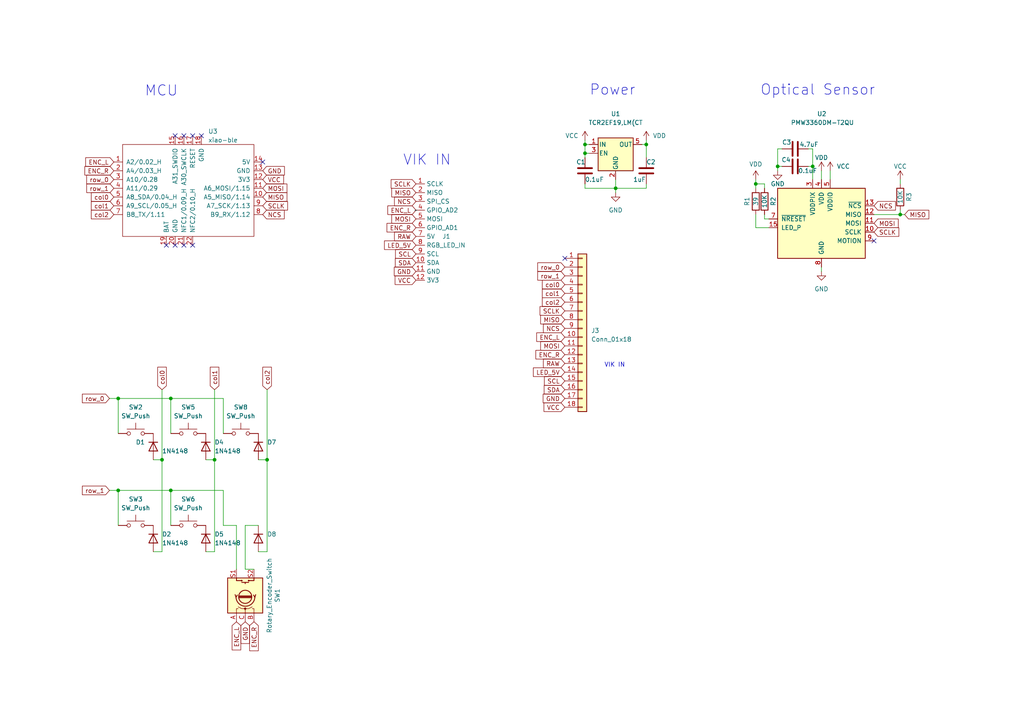
<source format=kicad_sch>
(kicad_sch (version 20230121) (generator eeschema)
  (paper "A4")
  (lib_symbols
    (symbol "Alaa:xiao-ble" (pin_names (offset 1.016))
      (property "Reference" "U1" (at -19.304 17.78 0))
      (property "Value" "xiao-ble" (at -19.304 15.24 0))
      (symbol "xiao-ble_0_1"
        (rectangle (start -19.05 12.7) (end 19.05 -13.97))
      )
      (symbol "xiao-ble_1_1"
        (pin bidirectional line (at -21.59 7.62 0) (length 2.54) (name "A2/0.02_H") (number "1"))
        (pin bidirectional line (at 21.59 -2.54 180) (length 2.54) (name "A5_MISO/1.14") (number "10"))
        (pin bidirectional line (at 21.59 0 180) (length 2.54) (name "A6_MOSI/1.15") (number "11"))
        (pin power_out line (at 21.59 2.54 180) (length 2.54) (name "3V3") (number "12"))
        (pin power_out line (at 21.59 5.08 180) (length 2.54) (name "GND") (number "13"))
        (pin power_out line (at 21.59 7.62 180) (length 2.54) (name "5V") (number "14"))
        (pin input line (at -3.81 15.24 270) (length 2.54) (name "A31_SWDIO") (number "15"))
        (pin input line (at -1.27 15.24 270) (length 2.54) (name "A30_SWCLK") (number "16"))
        (pin input line (at 1.27 15.24 270) (length 2.54) (name "RESET") (number "17"))
        (pin power_out line (at 3.81 15.24 270) (length 2.54) (name "GND") (number "18"))
        (pin bidirectional line (at -6.35 -16.51 90) (length 2.54) (name "BAT") (number "19"))
        (pin bidirectional line (at -21.59 5.08 0) (length 2.54) (name "A4/0.03_H") (number "2"))
        (pin power_out line (at -3.81 -16.51 90) (length 2.54) (name "GND") (number "20"))
        (pin bidirectional line (at -1.27 -16.51 90) (length 2.54) (name "NFC1/0.09_H") (number "21"))
        (pin bidirectional line (at 1.27 -16.51 90) (length 2.54) (name "NFC2/0.10_H") (number "22"))
        (pin bidirectional line (at -21.59 2.54 0) (length 2.54) (name "A10/0.28") (number "3"))
        (pin bidirectional line (at -21.59 0 0) (length 2.54) (name "A11/0.29") (number "4"))
        (pin bidirectional line (at -21.59 -2.54 0) (length 2.54) (name "A8_SDA/0.04_H") (number "5"))
        (pin bidirectional line (at -21.59 -5.08 0) (length 2.54) (name "A9_SCL/0.05_H") (number "6"))
        (pin bidirectional line (at -21.59 -7.62 0) (length 2.54) (name "B8_TX/1.11") (number "7"))
        (pin bidirectional line (at 21.59 -7.62 180) (length 2.54) (name "B9_RX/1.12") (number "8"))
        (pin bidirectional line (at 21.59 -5.08 180) (length 2.54) (name "A7_SCK/1.13") (number "9"))
      )
    )
    (symbol "Connector_Generic:Conn_01x18" (pin_names (offset 1.016) hide)
      (property "Reference" "J" (at 0 22.86 0))
      (property "Value" "Conn_01x18" (at 0 -25.4 0))
      (symbol "Conn_01x18_1_1"
        (rectangle (start -1.27 -22.733) (end 0 -22.987) (stroke (width 0.1524)))
        (rectangle (start -1.27 -20.193) (end 0 -20.447) (stroke (width 0.1524)))
        (rectangle (start -1.27 -17.653) (end 0 -17.907) (stroke (width 0.1524)))
        (rectangle (start -1.27 -15.113) (end 0 -15.367) (stroke (width 0.1524)))
        (rectangle (start -1.27 -12.573) (end 0 -12.827) (stroke (width 0.1524)))
        (rectangle (start -1.27 -10.033) (end 0 -10.287) (stroke (width 0.1524)))
        (rectangle (start -1.27 -7.493) (end 0 -7.747) (stroke (width 0.1524)))
        (rectangle (start -1.27 -4.953) (end 0 -5.207) (stroke (width 0.1524)))
        (rectangle (start -1.27 -2.413) (end 0 -2.667) (stroke (width 0.1524)))
        (rectangle (start -1.27 0.127) (end 0 -0.127) (stroke (width 0.1524)))
        (rectangle (start -1.27 2.667) (end 0 2.413) (stroke (width 0.1524)))
        (rectangle (start -1.27 5.207) (end 0 4.953) (stroke (width 0.1524)))
        (rectangle (start -1.27 7.747) (end 0 7.493) (stroke (width 0.1524)))
        (rectangle (start -1.27 10.287) (end 0 10.033) (stroke (width 0.1524)))
        (rectangle (start -1.27 12.827) (end 0 12.573) (stroke (width 0.1524)))
        (rectangle (start -1.27 15.367) (end 0 15.113) (stroke (width 0.1524)))
        (rectangle (start -1.27 17.907) (end 0 17.653) (stroke (width 0.1524)))
        (rectangle (start -1.27 20.447) (end 0 20.193) (stroke (width 0.1524)))
        (rectangle (start -1.27 21.59) (end 1.27 -24.13) (stroke (width 0.254)) (fill (type background)))
        (pin passive line (at -5.08 20.32 0) (length 3.81) (name "Pin_1") (number "1"))
        (pin passive line (at -5.08 -2.54 0) (length 3.81) (name "Pin_10") (number "10"))
        (pin passive line (at -5.08 -5.08 0) (length 3.81) (name "Pin_11") (number "11"))
        (pin passive line (at -5.08 -7.62 0) (length 3.81) (name "Pin_12") (number "12"))
        (pin passive line (at -5.08 -10.16 0) (length 3.81) (name "Pin_13") (number "13"))
        (pin passive line (at -5.08 -12.7 0) (length 3.81) (name "Pin_14") (number "14"))
        (pin passive line (at -5.08 -15.24 0) (length 3.81) (name "Pin_15") (number "15"))
        (pin passive line (at -5.08 -17.78 0) (length 3.81) (name "Pin_16") (number "16"))
        (pin passive line (at -5.08 -20.32 0) (length 3.81) (name "Pin_17") (number "17"))
        (pin passive line (at -5.08 -22.86 0) (length 3.81) (name "Pin_18") (number "18"))
        (pin passive line (at -5.08 17.78 0) (length 3.81) (name "Pin_2") (number "2"))
        (pin passive line (at -5.08 15.24 0) (length 3.81) (name "Pin_3") (number "3"))
        (pin passive line (at -5.08 12.7 0) (length 3.81) (name "Pin_4") (number "4"))
        (pin passive line (at -5.08 10.16 0) (length 3.81) (name "Pin_5") (number "5"))
        (pin passive line (at -5.08 7.62 0) (length 3.81) (name "Pin_6") (number "6"))
        (pin passive line (at -5.08 5.08 0) (length 3.81) (name "Pin_7") (number "7"))
        (pin passive line (at -5.08 2.54 0) (length 3.81) (name "Pin_8") (number "8"))
        (pin passive line (at -5.08 0 0) (length 3.81) (name "Pin_9") (number "9"))
      )
    )
    (symbol "Device:C" (pin_numbers hide) (pin_names (offset 0.254))
      (property "Reference" "C" (at 0.635 2.54 0))
      (property "Value" "C" (at 0.635 -2.54 0))
      (symbol "C_0_1"
        (polyline (pts (xy -2.032 -0.762) (xy 2.032 -0.762)) (stroke (width 0.508)))
        (polyline (pts (xy -2.032 0.762) (xy 2.032 0.762)) (stroke (width 0.508)))
      )
      (symbol "C_1_1"
        (pin passive line (at 0 3.81 270) (length 2.794) (name "~") (number "1"))
        (pin passive line (at 0 -3.81 90) (length 2.794) (name "~") (number "2"))
      )
    )
    (symbol "Device:R" (pin_numbers hide) (pin_names (offset 0))
      (property "Reference" "R" (at 2.032 0 90))
      (property "Value" "R" (at 0 0 90))
      (symbol "R_0_1"
        (rectangle (start -1.016 -2.54) (end 1.016 2.54) (stroke (width 0.254)))
      )
      (symbol "R_1_1"
        (pin passive line (at 0 3.81 270) (length 1.27) (name "~") (number "1"))
        (pin passive line (at 0 -3.81 90) (length 1.27) (name "~") (number "2"))
      )
    )
    (symbol "LeChiffre-rescue:Rotary_Encoder_Switch-Device" (pin_names (offset 0.254) hide)
      (property "Reference" "SW" (at 0 6.604 0))
      (property "Value" "Rotary_Encoder_Switch-Device" (at 0 -6.604 0))
      (symbol "Rotary_Encoder_Switch-Device_0_1"
        (rectangle (start -5.08 5.08) (end 5.08 -5.08) (stroke (width 0.254)) (fill (type background)))
        (circle (center -3.81 0) (radius 0.254) (fill (type outline)))
        (circle (center -0.381 0) (radius 1.905) (stroke (width 0.254)))
        (arc (start -0.381 2.667) (mid -3.0988 -0.0635) (end -0.381 -2.794) (stroke (width 0.254)))
        (polyline (pts (xy -0.635 -1.778) (xy -0.635 1.778)) (stroke (width 0.254)))
        (polyline (pts (xy -0.381 -1.778) (xy -0.381 1.778)) (stroke (width 0.254)))
        (polyline (pts (xy -0.127 1.778) (xy -0.127 -1.778)) (stroke (width 0.254)))
        (polyline (pts (xy 3.81 0) (xy 3.429 0)) (stroke (width 0.254)))
        (polyline (pts (xy 3.81 1.016) (xy 3.81 -1.016)) (stroke (width 0.254)))
        (polyline (pts (xy -5.08 -2.54) (xy -3.81 -2.54) (xy -3.81 -2.032)))
        (polyline (pts (xy -5.08 2.54) (xy -3.81 2.54) (xy -3.81 2.032)))
        (polyline (pts (xy 0.254 -3.048) (xy -0.508 -2.794) (xy 0.127 -2.413)) (stroke (width 0.254)))
        (polyline (pts (xy 0.254 2.921) (xy -0.508 2.667) (xy 0.127 2.286)) (stroke (width 0.254)))
        (polyline (pts (xy 5.08 -2.54) (xy 4.318 -2.54) (xy 4.318 -1.016)) (stroke (width 0.254)))
        (polyline (pts (xy 5.08 2.54) (xy 4.318 2.54) (xy 4.318 1.016)) (stroke (width 0.254)))
        (polyline (pts (xy -5.08 0) (xy -3.81 0) (xy -3.81 -1.016) (xy -3.302 -2.032)))
        (polyline (pts (xy -4.318 0) (xy -3.81 0) (xy -3.81 1.016) (xy -3.302 2.032)))
        (circle (center 4.318 -1.016) (radius 0.127) (stroke (width 0.254)))
        (circle (center 4.318 1.016) (radius 0.127) (stroke (width 0.254)))
      )
      (symbol "Rotary_Encoder_Switch-Device_1_1"
        (pin passive line (at -7.62 2.54 0) (length 2.54) (name "A") (number "A"))
        (pin passive line (at -7.62 -2.54 0) (length 2.54) (name "B") (number "B"))
        (pin passive line (at -7.62 0 0) (length 2.54) (name "C") (number "C"))
        (pin passive line (at 7.62 2.54 180) (length 2.54) (name "S1") (number "S1"))
        (pin passive line (at 7.62 -2.54 180) (length 2.54) (name "S2") (number "S2"))
      )
    )
    (symbol "Project Symbols:PMW3360DM-T2QU" (pin_names (offset 1.016))
      (property "Reference" "U" (at -1.27 34.29 0))
      (property "Value" "PMW3360DM-T2QU" (at -10.16 31.75 0))
      (symbol "PMW3360DM-T2QU_0_1"
        (rectangle (start -12.7 17.78) (end 12.7 -2.54) (stroke (width 0.254)) (fill (type background)))
      )
      (symbol "PMW3360DM-T2QU_1_1"
        (pin no_connect line (at -10.16 -5.08 90) (length 2.54) hide (name "NC") (number "1"))
        (pin input line (at 15.24 5.08 180) (length 2.54) (name "SCLK") (number "10"))
        (pin input line (at 15.24 7.62 180) (length 2.54) (name "MOSI") (number "11"))
        (pin output line (at 15.24 10.16 180) (length 2.54) (name "MISO") (number "12"))
        (pin input line (at 15.24 12.7 180) (length 2.54) (name "~{NCS}") (number "13"))
        (pin no_connect line (at 7.62 -5.08 90) (length 2.54) hide (name "NC") (number "14"))
        (pin input line (at -15.24 6.35 0) (length 2.54) (name "LED_P") (number "15"))
        (pin no_connect line (at 10.16 -5.08 90) (length 2.54) hide (name "NC") (number "16"))
        (pin no_connect line (at -7.62 -5.08 90) (length 2.54) hide (name "NC") (number "2"))
        (pin power_in line (at -2.54 20.32 270) (length 2.54) (name "VDDPIX") (number "3"))
        (pin power_in line (at 0 20.32 270) (length 2.54) (name "VDD") (number "4"))
        (pin power_in line (at 2.54 20.32 270) (length 2.54) (name "VDDIO") (number "5"))
        (pin no_connect line (at 5.08 -5.08 90) (length 2.54) hide (name "NC") (number "6"))
        (pin input line (at -15.24 8.89 0) (length 2.54) (name "~{NRESET}") (number "7"))
        (pin power_in line (at 0 -5.08 90) (length 2.54) (name "GND") (number "8"))
        (pin output line (at 15.24 2.54 180) (length 2.54) (name "MOTION") (number "9"))
      )
    )
    (symbol "Regulator_Linear:TLV70019_SOT23-5" (pin_names (offset 0.254))
      (property "Reference" "U" (at -3.81 5.715 0))
      (property "Value" "TLV70019_SOT23-5" (at 0 5.715 0))
      (symbol "TLV70019_SOT23-5_0_1"
        (rectangle (start -5.08 4.445) (end 5.08 -5.08) (stroke (width 0.254)) (fill (type background)))
      )
      (symbol "TLV70019_SOT23-5_1_1"
        (pin power_in line (at -7.62 2.54 0) (length 2.54) (name "IN") (number "1"))
        (pin power_in line (at 0 -7.62 90) (length 2.54) (name "GND") (number "2"))
        (pin input line (at -7.62 0 0) (length 2.54) (name "EN") (number "3"))
        (pin no_connect line (at 5.08 0 180) (length 2.54) hide (name "NC") (number "4"))
        (pin power_out line (at 7.62 2.54 180) (length 2.54) (name "OUT") (number "5"))
      )
    )
    (symbol "Switch:SW_Push" (pin_numbers hide) (pin_names (offset 1.016) hide)
      (property "Reference" "SW" (at 1.27 2.54 0))
      (property "Value" "SW_Push" (at 0 -1.524 0))
      (symbol "SW_Push_0_1"
        (circle (center -2.032 0) (radius 0.508))
        (polyline (pts (xy 0 1.27) (xy 0 3.048)))
        (polyline (pts (xy 2.54 1.27) (xy -2.54 1.27)))
        (circle (center 2.032 0) (radius 0.508))
        (pin passive line (at -5.08 0 0) (length 2.54) (name "1") (number "1"))
        (pin passive line (at 5.08 0 180) (length 2.54) (name "2") (number "2"))
      )
    )
    (symbol "alaa:Diode_1N4148" (pin_numbers hide) (pin_names (offset 1.016) hide)
      (property "Reference" "D4" (at 2.54 1.2701 90))
      (property "Value" "Diode_1N4148" (at 2.54 -1.2699 90))
      (symbol "Diode_1N4148_0_1"
        (polyline (pts (xy -1.27 1.27) (xy -1.27 -1.27)) (stroke (width 0.254)))
        (polyline (pts (xy 1.27 0) (xy -1.27 0)))
        (polyline (pts (xy 1.27 1.27) (xy 1.27 -1.27) (xy -1.27 0) (xy 1.27 1.27)) (stroke (width 0.254)))
      )
      (symbol "Diode_1N4148_1_1"
        (pin passive line (at -3.81 0 0) (length 2.54) (name "K") (number "1"))
        (pin passive line (at 3.81 0 180) (length 2.54) (name "A") (number "2"))
      )
    )
    (symbol "power:GND" (power) (pin_names (offset 0))
      (property "Value" "GND" (at 0 -3.81 0))
      (symbol "GND_0_1"
        (polyline (pts (xy 0 0) (xy 0 -1.27) (xy 1.27 -1.27) (xy 0 -2.54) (xy -1.27 -1.27) (xy 0 -1.27)))
      )
      (symbol "GND_1_1"
        (pin power_in line (at 0 0 270) (length 0) hide (name "GND") (number "1"))
      )
    )
    (symbol "power:VCC" (power) (pin_names (offset 0))
      (property "Value" "VCC" (at 0 3.81 0))
      (symbol "VCC_0_1"
        (polyline (pts (xy -0.762 1.27) (xy 0 2.54)))
        (polyline (pts (xy 0 0) (xy 0 2.54)))
        (polyline (pts (xy 0 2.54) (xy 0.762 1.27)))
      )
      (symbol "VCC_1_1"
        (pin power_in line (at 0 0 90) (length 0) hide (name "VCC") (number "1"))
      )
    )
    (symbol "power:VDD" (power) (pin_names (offset 0))
      (property "Value" "VDD" (at 0 3.81 0))
      (symbol "VDD_0_1"
        (polyline (pts (xy -0.762 1.27) (xy 0 2.54)))
        (polyline (pts (xy 0 0) (xy 0 2.54)))
        (polyline (pts (xy 0 2.54) (xy 0.762 1.27)))
      )
      (symbol "VDD_1_1"
        (pin power_in line (at 0 0 90) (length 0) hide (name "VDD") (number "1"))
      )
    )
    (symbol "vik:vik-module-connector"
      (property "Reference" "J" (at 0 17.78 0))
      (symbol "vik-module-connector_1_1"
        (pin input line (at 0 13.97 0) (length 2.54) (name "SCLK") (number "1"))
        (pin input line (at 0 -8.89 0) (length 2.54) (name "SDA") (number "10"))
        (pin power_in line (at 0 -11.43 0) (length 2.54) (name "GND") (number "11"))
        (pin power_in line (at 0 -13.97 0) (length 2.54) (name "3V3") (number "12"))
        (pin input line (at 0 11.43 0) (length 2.54) (name "MISO") (number "2"))
        (pin input line (at 0 8.89 0) (length 2.54) (name "SPI_CS") (number "3"))
        (pin input line (at 0 6.35 0) (length 2.54) (name "GPIO_AD2") (number "4"))
        (pin input line (at 0 3.81 0) (length 2.54) (name "MOSI") (number "5"))
        (pin input line (at 0 1.27 0) (length 2.54) (name "GPIO_AD1") (number "6"))
        (pin power_in line (at 0 -1.27 0) (length 2.54) (name "5V") (number "7"))
        (pin input line (at 0 -3.81 0) (length 2.54) (name "RGB_LED_IN") (number "8"))
        (pin input line (at 0 -6.35 0) (length 2.54) (name "SCL") (number "9"))
      )
    )
  )
  (junction (at 219.202 53.34))
  (junction (at 34.29 115.57))
  (junction (at 187.452 41.91))
  (junction (at 235.712 48.26))
  (junction (at 261.112 62.23))
  (junction (at 34.29 142.24))
  (junction (at 62.23 133.35))
  (junction (at 169.672 41.91))
  (junction (at 46.99 133.35))
  (junction (at 225.552 48.26))
  (junction (at 49.53 115.57))
  (junction (at 178.562 54.61))
  (junction (at 169.672 44.45))
  (junction (at 77.47 133.35))
  (junction (at 49.53 142.24))
  (no_connect (at 55.88 71.12))
  (no_connect (at 58.42 39.37))
  (no_connect (at 53.34 39.37))
  (no_connect (at 76.2 46.99))
  (no_connect (at 253.492 69.85))
  (no_connect (at 48.26 71.12))
  (no_connect (at 163.83 74.93))
  (no_connect (at 50.8 39.37))
  (no_connect (at 50.8 71.12))
  (no_connect (at 53.34 71.12))
  (no_connect (at 55.88 39.37))
  (wire (pts (xy 178.562 52.07) (xy 178.562 54.61)))
  (wire (pts (xy 261.112 62.23) (xy 261.112 60.96)))
  (wire (pts (xy 34.29 115.57) (xy 34.29 125.73)))
  (wire (pts (xy 31.75 115.57) (xy 34.29 115.57)))
  (wire (pts (xy 77.47 160.02) (xy 74.93 160.02)))
  (wire (pts (xy 77.47 113.03) (xy 77.47 133.35)))
  (wire (pts (xy 62.23 133.35) (xy 62.23 160.02)))
  (wire (pts (xy 49.53 115.57) (xy 49.53 125.73)))
  (wire (pts (xy 225.552 48.26) (xy 225.552 43.18)))
  (wire (pts (xy 169.672 40.64) (xy 169.672 41.91)))
  (wire (pts (xy 261.112 62.23) (xy 262.382 62.23)))
  (wire (pts (xy 59.69 133.35) (xy 62.23 133.35)))
  (wire (pts (xy 187.452 40.64) (xy 187.452 41.91)))
  (wire (pts (xy 187.452 41.91) (xy 187.452 45.72)))
  (wire (pts (xy 62.23 113.03) (xy 62.23 133.35)))
  (wire (pts (xy 226.822 43.18) (xy 225.552 43.18)))
  (wire (pts (xy 31.75 142.24) (xy 34.29 142.24)))
  (wire (pts (xy 71.12 152.4) (xy 71.12 165.1)))
  (wire (pts (xy 46.99 160.02) (xy 46.99 133.35)))
  (wire (pts (xy 226.822 48.26) (xy 225.552 48.26)))
  (wire (pts (xy 238.252 49.53) (xy 238.252 52.07)))
  (wire (pts (xy 77.47 160.02) (xy 77.47 133.35)))
  (wire (pts (xy 169.672 53.34) (xy 169.672 54.61)))
  (wire (pts (xy 253.492 62.23) (xy 261.112 62.23)))
  (wire (pts (xy 64.77 115.57) (xy 64.77 125.73)))
  (wire (pts (xy 219.202 66.04) (xy 219.202 62.23)))
  (wire (pts (xy 221.742 54.61) (xy 221.742 53.34)))
  (wire (pts (xy 187.452 53.34) (xy 187.452 54.61)))
  (wire (pts (xy 34.29 142.24) (xy 49.53 142.24)))
  (wire (pts (xy 49.53 115.57) (xy 64.77 115.57)))
  (wire (pts (xy 235.712 43.18) (xy 234.442 43.18)))
  (wire (pts (xy 34.29 152.4) (xy 34.29 142.24)))
  (wire (pts (xy 62.23 160.02) (xy 59.69 160.02)))
  (wire (pts (xy 46.99 160.02) (xy 44.45 160.02)))
  (wire (pts (xy 221.742 53.34) (xy 219.202 53.34)))
  (wire (pts (xy 178.562 54.61) (xy 178.562 55.88)))
  (wire (pts (xy 219.202 52.07) (xy 219.202 53.34)))
  (wire (pts (xy 186.182 41.91) (xy 187.452 41.91)))
  (wire (pts (xy 187.452 54.61) (xy 178.562 54.61)))
  (wire (pts (xy 169.672 44.45) (xy 169.672 41.91)))
  (wire (pts (xy 64.77 142.24) (xy 64.77 152.4)))
  (wire (pts (xy 238.252 78.74) (xy 238.252 77.47)))
  (wire (pts (xy 74.93 152.4) (xy 71.12 152.4)))
  (wire (pts (xy 49.53 142.24) (xy 49.53 152.4)))
  (wire (pts (xy 235.712 48.26) (xy 235.712 52.07)))
  (wire (pts (xy 261.112 52.07) (xy 261.112 53.34)))
  (wire (pts (xy 64.77 152.4) (xy 68.58 152.4)))
  (wire (pts (xy 170.942 44.45) (xy 169.672 44.45)))
  (wire (pts (xy 225.552 49.53) (xy 225.552 48.26)))
  (wire (pts (xy 169.672 45.72) (xy 169.672 44.45)))
  (wire (pts (xy 169.672 54.61) (xy 178.562 54.61)))
  (wire (pts (xy 46.99 133.35) (xy 44.45 133.35)))
  (wire (pts (xy 221.742 63.5) (xy 221.742 62.23)))
  (wire (pts (xy 68.58 152.4) (xy 68.58 165.1)))
  (wire (pts (xy 223.012 63.5) (xy 221.742 63.5)))
  (wire (pts (xy 235.712 48.26) (xy 235.712 43.18)))
  (wire (pts (xy 71.12 165.1) (xy 73.66 165.1)))
  (wire (pts (xy 77.47 133.35) (xy 74.93 133.35)))
  (wire (pts (xy 169.672 41.91) (xy 170.942 41.91)))
  (wire (pts (xy 34.29 115.57) (xy 49.53 115.57)))
  (wire (pts (xy 46.99 113.03) (xy 46.99 133.35)))
  (wire (pts (xy 219.202 66.04) (xy 223.012 66.04)))
  (wire (pts (xy 49.53 142.24) (xy 64.77 142.24)))
  (wire (pts (xy 235.712 48.26) (xy 234.442 48.26)))
  (wire (pts (xy 240.792 49.53) (xy 240.792 52.07)))
  (wire (pts (xy 219.202 53.34) (xy 219.202 54.61)))
  (text "VIK IN" (at 175.26 106.68 0) (effects (font (size 1.27 1.27)) (justify left bottom)))
  (text "Power" (at 170.942 27.94 0) (effects (font (size 2.9972 2.9972)) (justify left bottom)))
  (text "Optical Sensor" (at 220.472 27.94 0) (effects (font (size 2.9972 2.9972)) (justify left bottom)))
  (text "MCU" (at 41.91 28.194 0) (effects (font (size 2.9972 2.9972)) (justify left bottom)))
  (text "VIK IN" (at 116.84 48.26 0) (effects (font (size 2.9972 2.9972)) (justify left bottom)))
  (global_label "row_1" (shape input) (at 33.02 54.61 180) (property "Intersheetrefs" "${INTERSHEET_REFS}" (effects hide)))
  (global_label "MISO" (shape input) (at 120.65 55.88 180) (property "Intersheetrefs" "${INTERSHEET_REFS}" (effects hide)))
  (global_label "GND" (shape input) (at 71.12 180.34 270) (property "Intersheetrefs" "${INTERSHEET_REFS}" (effects hide)))
  (global_label "MISO" (shape input) (at 76.2 57.15 0) (property "Intersheetrefs" "${INTERSHEET_REFS}" (effects hide)))
  (global_label "VCC" (shape input) (at 76.2 52.07 0) (property "Intersheetrefs" "${INTERSHEET_REFS}" (effects hide)))
  (global_label "VCC" (shape input) (at 163.83 118.11 180) (property "Intersheetrefs" "${INTERSHEET_REFS}" (effects hide)))
  (global_label "MOSI" (shape input) (at 120.65 63.5 180) (property "Intersheetrefs" "${INTERSHEET_REFS}" (effects hide)))
  (global_label "ENC_R" (shape input) (at 33.02 49.53 180) (property "Intersheetrefs" "${INTERSHEET_REFS}" (effects hide)))
  (global_label "ENC_R" (shape input) (at 163.83 102.87 180) (property "Intersheetrefs" "${INTERSHEET_REFS}" (effects hide)))
  (global_label "NCS" (shape input) (at 163.83 95.25 180) (property "Intersheetrefs" "${INTERSHEET_REFS}" (effects hide)))
  (global_label "row_0" (shape input) (at 31.75 115.57 180) (property "Intersheetrefs" "${INTERSHEET_REFS}" (effects hide)))
  (global_label "ENC_L" (shape input) (at 68.58 180.34 270) (property "Intersheetrefs" "${INTERSHEET_REFS}" (effects hide)))
  (global_label "row_1" (shape input) (at 31.75 142.24 180) (property "Intersheetrefs" "${INTERSHEET_REFS}" (effects hide)))
  (global_label "GND" (shape input) (at 76.2 49.53 0) (property "Intersheetrefs" "${INTERSHEET_REFS}" (effects hide)))
  (global_label "MISO" (shape input) (at 163.83 92.71 180) (property "Intersheetrefs" "${INTERSHEET_REFS}" (effects hide)))
  (global_label "VCC" (shape input) (at 120.65 81.28 180) (property "Intersheetrefs" "${INTERSHEET_REFS}" (effects hide)))
  (global_label "NCS" (shape input) (at 76.2 62.23 0) (property "Intersheetrefs" "${INTERSHEET_REFS}" (effects hide)))
  (global_label "col0" (shape input) (at 33.02 57.15 180) (property "Intersheetrefs" "${INTERSHEET_REFS}" (effects hide)))
  (global_label "MOSI" (shape input) (at 163.83 100.33 180) (property "Intersheetrefs" "${INTERSHEET_REFS}" (effects hide)))
  (global_label "col2" (shape input) (at 33.02 62.23 180) (property "Intersheetrefs" "${INTERSHEET_REFS}" (effects hide)))
  (global_label "col1" (shape input) (at 163.83 85.09 180) (property "Intersheetrefs" "${INTERSHEET_REFS}" (effects hide)))
  (global_label "LED_5V" (shape input) (at 163.83 107.95 180) (property "Intersheetrefs" "${INTERSHEET_REFS}" (effects hide)))
  (global_label "SCLK" (shape input) (at 76.2 59.69 0) (property "Intersheetrefs" "${INTERSHEET_REFS}" (effects hide)))
  (global_label "SDA" (shape input) (at 163.83 113.03 180) (property "Intersheetrefs" "${INTERSHEET_REFS}" (effects hide)))
  (global_label "RAW" (shape input) (at 120.65 68.58 180) (property "Intersheetrefs" "${INTERSHEET_REFS}" (effects hide)))
  (global_label "SCLK" (shape input) (at 163.83 90.17 180) (property "Intersheetrefs" "${INTERSHEET_REFS}" (effects hide)))
  (global_label "ENC_R" (shape input) (at 73.66 180.34 270) (property "Intersheetrefs" "${INTERSHEET_REFS}" (effects hide)))
  (global_label "col2" (shape input) (at 163.83 87.63 180) (property "Intersheetrefs" "${INTERSHEET_REFS}" (effects hide)))
  (global_label "row_0" (shape input) (at 33.02 52.07 180) (property "Intersheetrefs" "${INTERSHEET_REFS}" (effects hide)))
  (global_label "LED_5V" (shape input) (at 120.65 71.12 180) (property "Intersheetrefs" "${INTERSHEET_REFS}" (effects hide)))
  (global_label "GND" (shape input) (at 163.83 115.57 180) (property "Intersheetrefs" "${INTERSHEET_REFS}" (effects hide)))
  (global_label "MISO" (shape input) (at 262.382 62.23 0) (property "Intersheetrefs" "${INTERSHEET_REFS}" (effects hide)))
  (global_label "ENC_L" (shape input) (at 33.02 46.99 180) (property "Intersheetrefs" "${INTERSHEET_REFS}" (effects hide)))
  (global_label "col1" (shape input) (at 62.23 113.03 90) (property "Intersheetrefs" "${INTERSHEET_REFS}" (effects hide)))
  (global_label "ENC_L" (shape input) (at 120.65 60.96 180) (property "Intersheetrefs" "${INTERSHEET_REFS}" (effects hide)))
  (global_label "RAW" (shape input) (at 163.83 105.41 180) (property "Intersheetrefs" "${INTERSHEET_REFS}" (effects hide)))
  (global_label "MOSI" (shape input) (at 253.492 64.77 0) (property "Intersheetrefs" "${INTERSHEET_REFS}" (effects hide)))
  (global_label "col2" (shape input) (at 77.47 113.03 90) (property "Intersheetrefs" "${INTERSHEET_REFS}" (effects hide)))
  (global_label "NCS" (shape input) (at 120.65 58.42 180) (property "Intersheetrefs" "${INTERSHEET_REFS}" (effects hide)))
  (global_label "ENC_L" (shape input) (at 163.83 97.79 180) (property "Intersheetrefs" "${INTERSHEET_REFS}" (effects hide)))
  (global_label "ENC_R" (shape input) (at 120.65 66.04 180) (property "Intersheetrefs" "${INTERSHEET_REFS}" (effects hide)))
  (global_label "MOSI" (shape input) (at 76.2 54.61 0) (property "Intersheetrefs" "${INTERSHEET_REFS}" (effects hide)))
  (global_label "SDA" (shape input) (at 120.65 76.2 180) (property "Intersheetrefs" "${INTERSHEET_REFS}" (effects hide)))
  (global_label "col0" (shape input) (at 46.99 113.03 90) (property "Intersheetrefs" "${INTERSHEET_REFS}" (effects hide)))
  (global_label "NCS" (shape input) (at 253.492 59.69 0) (property "Intersheetrefs" "${INTERSHEET_REFS}" (effects hide)))
  (global_label "SCLK" (shape input) (at 253.492 67.31 0) (property "Intersheetrefs" "${INTERSHEET_REFS}" (effects hide)))
  (global_label "row_0" (shape input) (at 163.83 77.47 180) (property "Intersheetrefs" "${INTERSHEET_REFS}" (effects hide)))
  (global_label "col1" (shape input) (at 33.02 59.69 180) (property "Intersheetrefs" "${INTERSHEET_REFS}" (effects hide)))
  (global_label "GND" (shape input) (at 120.65 78.74 180) (property "Intersheetrefs" "${INTERSHEET_REFS}" (effects hide)))
  (global_label "SCLK" (shape input) (at 120.65 53.34 180) (property "Intersheetrefs" "${INTERSHEET_REFS}" (effects hide)))
  (global_label "row_1" (shape input) (at 163.83 80.01 180) (property "Intersheetrefs" "${INTERSHEET_REFS}" (effects hide)))
  (global_label "col0" (shape input) (at 163.83 82.55 180) (property "Intersheetrefs" "${INTERSHEET_REFS}" (effects hide)))
  (global_label "SCL" (shape input) (at 163.83 110.49 180) (property "Intersheetrefs" "${INTERSHEET_REFS}" (effects hide)))
  (global_label "SCL" (shape input) (at 120.65 73.66 180) (property "Intersheetrefs" "${INTERSHEET_REFS}" (effects hide)))
  (symbol (lib_id "Project Symbols:PMW3360DM-T2QU") (at 238.252 72.39 0) (unit 1)
    (property "Reference" "U2" (at 236.982 33.02 0) (effects (justify left)))
    (property "Value" "PMW3360DM-T2QU" (at 229.362 35.56 0) (effects (justify left)))
    (property "Footprint" "Alaa:PMW3360DM-T2QU" (effects hide))
    (property "Datasheet" "https://www.pixart.com/_getfs.php?tb=product&id=10&fs=ck2_fs_en" (effects hide))
  )
  (symbol (lib_id "power:GND") (at 178.562 55.88 0) (unit 1)
    (property "Reference" "#PWR0108" (effects hide))
    (property "Value" "GND" (at 178.562 60.96 0))
  )
  (symbol (lib_id "alaa:Diode_1N4148") (at 59.69 156.21 270) (unit 1)
    (property "Reference" "D5" (at 62.23 154.9399 90) (effects (justify left)))
    (property "Value" "1N4148" (at 62.23 157.4799 90) (effects (justify left)))
    (property "Footprint" "Diode_SMD:D_SOD-123" (effects hide))
    (property "Datasheet" "https://assets.nexperia.com/documents/data-sheet/1N4148_1N4448.pdf" (effects hide))
    (property "LCSC" "C8598" (effects hide))
    (property "MPN " "B5819W SL" (effects hide))
    (property "Package" "SOD-123" (effects hide))
  )
  (symbol (lib_id "Connector_Generic:Conn_01x18") (at 168.91 95.25 0) (unit 1)
    (property "Reference" "J3" (at 171.45 95.885 0) (effects (justify left)))
    (property "Value" "Conn_01x18" (at 171.45 98.425 0) (effects (justify left)))
    (property "Footprint" "Alaa:FPC-SMD_FPC05018-09200-.5mm-rev" (effects hide))
    (property "LCSC" "262273" (effects hide))
  )
  (symbol (lib_id "LeChiffre-rescue:Rotary_Encoder_Switch-Device") (at 71.12 172.72 90) (unit 1)
    (property "Reference" "SW1" (at 80.4418 172.72 0))
    (property "Value" "Rotary_Encoder_Switch" (at 78.1304 172.72 0))
    (property "Footprint" "Alaa:RotaryEncoder_Alps_EC11E-Switch_Vertical_H20mm-keebio_modified" (effects hide))
  )
  (symbol (lib_id "Device:R") (at 221.742 58.42 180) (unit 1)
    (property "Reference" "R2" (at 224.282 58.42 90))
    (property "Value" "10K" (at 221.742 58.42 90))
    (property "Footprint" "Resistor_SMD:R_0805_2012Metric" (effects hide))
    (property "manf#" "ARG05BTC1002" (effects hide))
    (property "LCSC" "C406725" (effects hide))
  )
  (symbol (lib_id "power:VCC") (at 261.112 52.07 0) (unit 1)
    (property "Reference" "#PWR0106" (effects hide))
    (property "Value" "VCC" (at 261.112 48.26 0))
  )
  (symbol (lib_id "power:VCC") (at 240.792 49.53 0) (unit 1)
    (property "Reference" "#PWR0103" (effects hide))
    (property "Value" "VCC" (at 244.602 48.26 0))
  )
  (symbol (lib_id "Switch:SW_Push") (at 54.61 152.4 0) (unit 1)
    (property "Reference" "SW6" (at 54.61 144.78 0))
    (property "Value" "SW_Push" (at 54.61 147.32 0))
    (property "Footprint" "Alaa:gateron-ks27-choc-v1-mx-hotswap" (effects hide))
  )
  (symbol (lib_id "Device:R") (at 261.112 57.15 180) (unit 1)
    (property "Reference" "R3" (at 263.652 57.15 90))
    (property "Value" "10K" (at 261.112 57.15 90))
    (property "Footprint" "Resistor_SMD:R_0805_2012Metric" (effects hide))
    (property "manf#" "ARG05BTC1002" (effects hide))
    (property "LCSC" "C406725" (effects hide))
  )
  (symbol (lib_id "power:VDD") (at 238.252 49.53 0) (unit 1)
    (property "Reference" "#PWR0104" (effects hide))
    (property "Value" "VDD" (at 238.252 45.72 0))
  )
  (symbol (lib_id "vik:vik-module-connector") (at 120.65 67.31 0) (unit 1)
    (property "Reference" "J1" (at 128.27 68.58 0) (effects (justify left)))
    (property "Value" "~" (at 120.65 60.96 0))
    (property "Footprint" "vik:vik-module-connector-horizontal" (effects hide))
  )
  (symbol (lib_id "alaa:Diode_1N4148") (at 44.45 156.21 270) (unit 1)
    (property "Reference" "D2" (at 46.99 154.9399 90) (effects (justify left)))
    (property "Value" "1N4148" (at 46.99 157.4799 90) (effects (justify left)))
    (property "Footprint" "Diode_SMD:D_SOD-123" (effects hide))
    (property "Datasheet" "https://assets.nexperia.com/documents/data-sheet/1N4148_1N4448.pdf" (effects hide))
    (property "LCSC" "C8598" (effects hide))
    (property "MPN " "B5819W SL" (effects hide))
    (property "Package" "SOD-123" (effects hide))
  )
  (symbol (lib_id "Device:C") (at 187.452 49.53 0) (unit 1)
    (property "Reference" "C2" (at 187.452 46.99 0) (effects (justify left)))
    (property "Value" "1uF" (at 183.642 52.07 0) (effects (justify left)))
    (property "Footprint" "Capacitor_SMD:C_0805_2012Metric" (effects hide))
    (property "manf#" "0805B105K100CT" (effects hide))
    (property "LCSC" "C366879" (effects hide))
  )
  (symbol (lib_id "Device:C") (at 230.632 43.18 270) (unit 1)
    (property "Reference" "C3" (at 226.822 41.275 90) (effects (justify left)))
    (property "Value" "4.7uF" (at 231.902 41.91 90) (effects (justify left)))
    (property "Footprint" "Capacitor_SMD:C_0805_2012Metric" (effects hide))
    (property "manf#" "0805X475K250CT" (effects hide))
    (property "LCSC" "C303940" (effects hide))
  )
  (symbol (lib_id "Switch:SW_Push") (at 39.37 125.73 0) (unit 1)
    (property "Reference" "SW2" (at 39.37 118.11 0))
    (property "Value" "SW_Push" (at 39.37 120.65 0))
    (property "Footprint" "Alaa:gateron-ks27-choc-v1-mx-hotswap" (effects hide))
  )
  (symbol (lib_id "alaa:Diode_1N4148") (at 74.93 156.21 270) (unit 1)
    (property "Reference" "D8" (at 77.47 154.9399 90) (effects (justify left)))
    (property "Value" "1N4148" (effects hide))
    (property "Footprint" "Diode_SMD:D_SOD-123" (effects hide))
    (property "Datasheet" "https://assets.nexperia.com/documents/data-sheet/1N4148_1N4448.pdf" (effects hide))
    (property "LCSC" "C8598" (effects hide))
    (property "MPN " "B5819W SL" (effects hide))
    (property "Package" "SOD-123" (effects hide))
  )
  (symbol (lib_id "Regulator_Linear:TLV70019_SOT23-5") (at 178.562 44.45 0) (unit 1)
    (property "Reference" "U1" (at 178.562 33.02 0))
    (property "Value" "TCR2EF19,LM(CT" (at 178.562 35.56 0))
    (property "Footprint" "Package_TO_SOT_SMD:SOT-23-5" (effects hide))
    (property "Datasheet" "http://www.ti.com/lit/ds/symlink/tlv700.pdf" (effects hide))
    (property "LCSC" "C146366" (effects hide))
  )
  (symbol (lib_id "alaa:Diode_1N4148") (at 59.69 129.54 270) (unit 1)
    (property "Reference" "D4" (at 62.23 128.2699 90) (effects (justify left)))
    (property "Value" "1N4148" (at 62.23 130.8099 90) (effects (justify left)))
    (property "Footprint" "Diode_SMD:D_SOD-123" (effects hide))
    (property "Datasheet" "https://assets.nexperia.com/documents/data-sheet/1N4148_1N4448.pdf" (effects hide))
    (property "LCSC" "C8598" (effects hide))
    (property "MPN " "B5819W SL" (effects hide))
    (property "Package" "SOD-123" (effects hide))
  )
  (symbol (lib_id "Switch:SW_Push") (at 54.61 125.73 0) (unit 1)
    (property "Reference" "SW5" (at 54.61 118.11 0))
    (property "Value" "SW_Push" (at 54.61 120.65 0))
    (property "Footprint" "Alaa:gateron-ks27-choc-v1-mx-hotswap" (effects hide))
  )
  (symbol (lib_id "power:VDD") (at 219.202 52.07 0) (unit 1)
    (property "Reference" "#PWR0101" (effects hide))
    (property "Value" "VDD" (at 219.202 47.625 0))
  )
  (symbol (lib_id "Device:C") (at 169.672 49.53 0) (unit 1)
    (property "Reference" "C1" (at 167.132 46.99 0) (effects (justify left)))
    (property "Value" "0.1uF" (at 169.672 52.07 0) (effects (justify left)))
    (property "Footprint" "Capacitor_SMD:C_0805_2012Metric" (effects hide))
    (property "manf#" "0805B104K101CT" (effects hide))
    (property "LCSC" "C77456" (effects hide))
  )
  (symbol (lib_id "alaa:Diode_1N4148") (at 44.45 129.54 270) (unit 1)
    (property "Reference" "D1" (at 39.37 128.27 90) (effects (justify left)))
    (property "Value" "1N4148" (at 46.99 130.8099 90) (effects (justify left)))
    (property "Footprint" "Diode_SMD:D_SOD-123" (effects hide))
    (property "Datasheet" "https://assets.nexperia.com/documents/data-sheet/1N4148_1N4448.pdf" (effects hide))
    (property "LCSC" "C8598" (effects hide))
    (property "MPN " "B5819W SL" (effects hide))
    (property "Package" "SOD-123" (effects hide))
  )
  (symbol (lib_id "Switch:SW_Push") (at 69.85 125.73 0) (unit 1)
    (property "Reference" "SW8" (at 69.85 118.11 0))
    (property "Value" "SW_Push" (at 69.85 120.65 0))
    (property "Footprint" "Alaa:gateron-ks27-choc-v1-mx-hotswap" (effects hide))
  )
  (symbol (lib_id "power:VDD") (at 187.452 40.64 0) (unit 1)
    (property "Reference" "#PWR0102" (effects hide))
    (property "Value" "VDD" (at 191.262 39.37 0))
  )
  (symbol (lib_id "power:GND") (at 225.552 49.53 0) (unit 1)
    (property "Reference" "#PWR0105" (effects hide))
    (property "Value" "GND" (at 225.552 53.34 0))
  )
  (symbol (lib_id "alaa:Diode_1N4148") (at 74.93 129.54 270) (unit 1)
    (property "Reference" "D7" (at 77.47 128.2699 90) (effects (justify left)))
    (property "Value" "1N4148" (effects hide))
    (property "Footprint" "Diode_SMD:D_SOD-123" (effects hide))
    (property "Datasheet" "https://assets.nexperia.com/documents/data-sheet/1N4148_1N4448.pdf" (effects hide))
    (property "LCSC" "C8598" (effects hide))
    (property "MPN " "B5819W SL" (effects hide))
    (property "Package" "SOD-123" (effects hide))
  )
  (symbol (lib_id "power:VCC") (at 169.672 40.64 0) (unit 1)
    (property "Reference" "#PWR0109" (effects hide))
    (property "Value" "VCC" (at 165.862 39.37 0))
  )
  (symbol (lib_id "Device:C") (at 230.632 48.26 90) (unit 1)
    (property "Reference" "C4" (at 229.362 46.355 90) (effects (justify left)))
    (property "Value" "0.1uF" (at 236.982 49.53 90) (effects (justify left)))
    (property "Footprint" "Capacitor_SMD:C_0805_2012Metric" (effects hide))
    (property "manf#" "0805B104K101CT" (effects hide))
    (property "LCSC" "C77456" (effects hide))
  )
  (symbol (lib_id "Device:R") (at 219.202 58.42 0) (unit 1)
    (property "Reference" "R1" (at 216.662 58.42 90))
    (property "Value" "39" (at 219.202 58.42 90))
    (property "Footprint" "Resistor_SMD:R_0805_2012Metric" (effects hide))
    (property "manf#" "SG73P2ATTD39R0F" (effects hide))
    (property "LCSC" "C514993" (effects hide))
  )
  (symbol (lib_id "Switch:SW_Push") (at 39.37 152.4 0) (unit 1)
    (property "Reference" "SW3" (at 39.37 144.78 0))
    (property "Value" "SW_Push" (at 39.37 147.32 0))
    (property "Footprint" "Alaa:gateron-ks27-choc-v1-mx-hotswap" (effects hide))
  )
  (symbol (lib_id "power:GND") (at 238.252 78.74 0) (unit 1)
    (property "Reference" "#PWR0107" (effects hide))
    (property "Value" "GND" (at 238.252 83.82 0))
  )
  (symbol (lib_id "Alaa:xiao-ble") (at 54.61 54.61 0) (unit 1)
    (property "Reference" "U3" (at 60.3759 38.1 0) (effects (justify left)))
    (property "Value" "xiao-ble" (at 60.3759 40.64 0) (effects (justify left)))
    (property "Footprint" "Alaa:xiao-ble-smd-cutout" (effects hide))
  )
)
</source>
